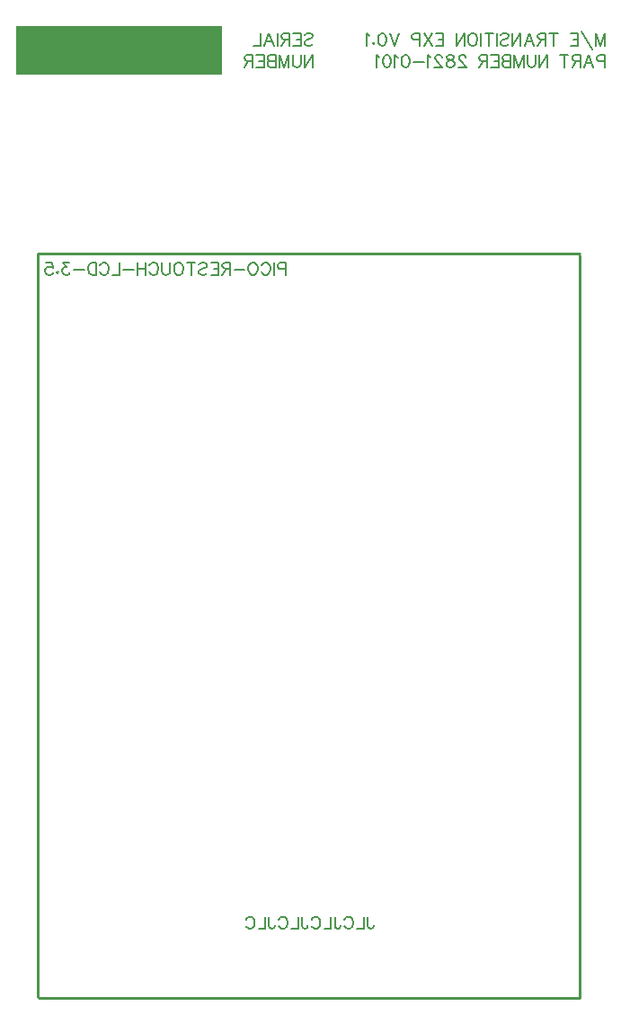
<source format=gbo>
G04 Layer: BottomSilkscreenLayer*
G04 EasyEDA v6.5.29, 2023-07-16 15:11:24*
G04 b1c9531ddfa049bd996740377cd84ce5,5a6b42c53f6a479593ecc07194224c93,10*
G04 Gerber Generator version 0.2*
G04 Scale: 100 percent, Rotated: No, Reflected: No *
G04 Dimensions in millimeters *
G04 leading zeros omitted , absolute positions ,4 integer and 5 decimal *
%FSLAX45Y45*%
%MOMM*%

%ADD10C,0.2032*%
%ADD11C,0.1524*%
%ADD12C,0.2540*%

%LPD*%
D10*
X2796001Y9925489D02*
G01*
X2796001Y9810945D01*
X2796001Y9925489D02*
G01*
X2746910Y9925489D01*
X2730548Y9920036D01*
X2725092Y9914582D01*
X2719638Y9903673D01*
X2719638Y9887308D01*
X2725092Y9876398D01*
X2730548Y9870945D01*
X2746910Y9865489D01*
X2796001Y9865489D01*
X2683636Y9925489D02*
G01*
X2683636Y9810945D01*
X2565819Y9898217D02*
G01*
X2571275Y9909126D01*
X2582184Y9920036D01*
X2593093Y9925489D01*
X2614912Y9925489D01*
X2625818Y9920036D01*
X2636728Y9909126D01*
X2642184Y9898217D01*
X2647637Y9881854D01*
X2647637Y9854582D01*
X2642184Y9838217D01*
X2636728Y9827308D01*
X2625818Y9816398D01*
X2614912Y9810945D01*
X2593093Y9810945D01*
X2582184Y9816398D01*
X2571275Y9827308D01*
X2565819Y9838217D01*
X2497091Y9925489D02*
G01*
X2508001Y9920036D01*
X2518910Y9909126D01*
X2524366Y9898217D01*
X2529819Y9881854D01*
X2529819Y9854582D01*
X2524366Y9838217D01*
X2518910Y9827308D01*
X2508001Y9816398D01*
X2497091Y9810945D01*
X2475275Y9810945D01*
X2464366Y9816398D01*
X2453457Y9827308D01*
X2448001Y9838217D01*
X2442547Y9854582D01*
X2442547Y9881854D01*
X2448001Y9898217D01*
X2453457Y9909126D01*
X2464366Y9920036D01*
X2475275Y9925489D01*
X2497091Y9925489D01*
X2406548Y9860036D02*
G01*
X2308367Y9860036D01*
X2272365Y9925489D02*
G01*
X2272365Y9810945D01*
X2272365Y9925489D02*
G01*
X2223274Y9925489D01*
X2206912Y9920036D01*
X2201456Y9914582D01*
X2196002Y9903673D01*
X2196002Y9892764D01*
X2201456Y9881854D01*
X2206912Y9876398D01*
X2223274Y9870945D01*
X2272365Y9870945D01*
X2234184Y9870945D02*
G01*
X2196002Y9810945D01*
X2160003Y9925489D02*
G01*
X2160003Y9810945D01*
X2160003Y9925489D02*
G01*
X2089094Y9925489D01*
X2160003Y9870945D02*
G01*
X2116366Y9870945D01*
X2160003Y9810945D02*
G01*
X2089094Y9810945D01*
X1976729Y9909126D02*
G01*
X1987638Y9920036D01*
X2004004Y9925489D01*
X2025820Y9925489D01*
X2042185Y9920036D01*
X2053094Y9909126D01*
X2053094Y9898217D01*
X2047638Y9887308D01*
X2042185Y9881854D01*
X2031276Y9876398D01*
X1998548Y9865489D01*
X1987638Y9860036D01*
X1982185Y9854582D01*
X1976729Y9843673D01*
X1976729Y9827308D01*
X1987638Y9816398D01*
X2004004Y9810945D01*
X2025820Y9810945D01*
X2042185Y9816398D01*
X2053094Y9827308D01*
X1902548Y9925489D02*
G01*
X1902548Y9810945D01*
X1940730Y9925489D02*
G01*
X1864367Y9925489D01*
X1795640Y9925489D02*
G01*
X1806549Y9920036D01*
X1817458Y9909126D01*
X1822912Y9898217D01*
X1828365Y9881854D01*
X1828365Y9854582D01*
X1822912Y9838217D01*
X1817458Y9827308D01*
X1806549Y9816398D01*
X1795640Y9810945D01*
X1773821Y9810945D01*
X1762912Y9816398D01*
X1752003Y9827308D01*
X1746549Y9838217D01*
X1741093Y9854582D01*
X1741093Y9881854D01*
X1746549Y9898217D01*
X1752003Y9909126D01*
X1762912Y9920036D01*
X1773821Y9925489D01*
X1795640Y9925489D01*
X1705094Y9925489D02*
G01*
X1705094Y9843673D01*
X1699640Y9827308D01*
X1688731Y9816398D01*
X1672366Y9810945D01*
X1661457Y9810945D01*
X1645094Y9816398D01*
X1634185Y9827308D01*
X1628731Y9843673D01*
X1628731Y9925489D01*
X1510911Y9898217D02*
G01*
X1516364Y9909126D01*
X1527276Y9920036D01*
X1538185Y9925489D01*
X1560004Y9925489D01*
X1570913Y9920036D01*
X1581823Y9909126D01*
X1587276Y9898217D01*
X1592732Y9881854D01*
X1592732Y9854582D01*
X1587276Y9838217D01*
X1581823Y9827308D01*
X1570913Y9816398D01*
X1560004Y9810945D01*
X1538185Y9810945D01*
X1527276Y9816398D01*
X1516364Y9827308D01*
X1510911Y9838217D01*
X1474914Y9925489D02*
G01*
X1474914Y9810945D01*
X1398546Y9925489D02*
G01*
X1398546Y9810945D01*
X1474914Y9870945D02*
G01*
X1398546Y9870945D01*
X1362549Y9860036D02*
G01*
X1264368Y9860036D01*
X1228369Y9925489D02*
G01*
X1228369Y9810945D01*
X1228369Y9810945D02*
G01*
X1162913Y9810945D01*
X1045095Y9898217D02*
G01*
X1050551Y9909126D01*
X1061458Y9920036D01*
X1072367Y9925489D01*
X1094186Y9925489D01*
X1105095Y9920036D01*
X1116004Y9909126D01*
X1121458Y9898217D01*
X1126914Y9881854D01*
X1126914Y9854582D01*
X1121458Y9838217D01*
X1116004Y9827308D01*
X1105095Y9816398D01*
X1094186Y9810945D01*
X1072367Y9810945D01*
X1061458Y9816398D01*
X1050551Y9827308D01*
X1045095Y9838217D01*
X1009096Y9925489D02*
G01*
X1009096Y9810945D01*
X1009096Y9925489D02*
G01*
X970914Y9925489D01*
X954549Y9920036D01*
X943640Y9909126D01*
X938187Y9898217D01*
X932733Y9881854D01*
X932733Y9854582D01*
X938187Y9838217D01*
X943640Y9827308D01*
X954549Y9816398D01*
X970914Y9810945D01*
X1009096Y9810945D01*
X896731Y9860036D02*
G01*
X798550Y9860036D01*
X751641Y9925489D02*
G01*
X691642Y9925489D01*
X724369Y9881854D01*
X708004Y9881854D01*
X697095Y9876398D01*
X691642Y9870945D01*
X686188Y9854582D01*
X686188Y9843673D01*
X691642Y9827308D01*
X702551Y9816398D01*
X718913Y9810945D01*
X735279Y9810945D01*
X751641Y9816398D01*
X757095Y9821854D01*
X762551Y9832764D01*
X644733Y9838217D02*
G01*
X650186Y9832764D01*
X644733Y9827308D01*
X639277Y9832764D01*
X644733Y9838217D01*
X537824Y9925489D02*
G01*
X592368Y9925489D01*
X597824Y9876398D01*
X592368Y9881854D01*
X576005Y9887308D01*
X559643Y9887308D01*
X543278Y9881854D01*
X532368Y9870945D01*
X526915Y9854582D01*
X526915Y9843673D01*
X532368Y9827308D01*
X543278Y9816398D01*
X559643Y9810945D01*
X576005Y9810945D01*
X592368Y9816398D01*
X597824Y9821854D01*
X603277Y9832764D01*
X3566891Y3766057D02*
G01*
X3566891Y3678681D01*
X3572479Y3662426D01*
X3577813Y3656837D01*
X3588735Y3651504D01*
X3599657Y3651504D01*
X3610579Y3656837D01*
X3616167Y3662426D01*
X3621501Y3678681D01*
X3621501Y3689604D01*
X3531077Y3766057D02*
G01*
X3531077Y3651504D01*
X3531077Y3651504D02*
G01*
X3465545Y3651504D01*
X3347689Y3738626D02*
G01*
X3353023Y3749547D01*
X3363945Y3760470D01*
X3374867Y3766057D01*
X3396711Y3766057D01*
X3407633Y3760470D01*
X3418555Y3749547D01*
X3424143Y3738626D01*
X3429477Y3722370D01*
X3429477Y3695192D01*
X3424143Y3678681D01*
X3418555Y3667760D01*
X3407633Y3656837D01*
X3396711Y3651504D01*
X3374867Y3651504D01*
X3363945Y3656837D01*
X3353023Y3667760D01*
X3347689Y3678681D01*
X3257265Y3766057D02*
G01*
X3257265Y3678681D01*
X3262599Y3662426D01*
X3267933Y3656837D01*
X3278855Y3651504D01*
X3289777Y3651504D01*
X3300699Y3656837D01*
X3306287Y3662426D01*
X3311621Y3678681D01*
X3311621Y3689604D01*
X3221197Y3766057D02*
G01*
X3221197Y3651504D01*
X3221197Y3651504D02*
G01*
X3155665Y3651504D01*
X3037809Y3738626D02*
G01*
X3043397Y3749547D01*
X3054319Y3760470D01*
X3065241Y3766057D01*
X3086831Y3766057D01*
X3097753Y3760470D01*
X3108675Y3749547D01*
X3114263Y3738626D01*
X3119597Y3722370D01*
X3119597Y3695192D01*
X3114263Y3678681D01*
X3108675Y3667760D01*
X3097753Y3656837D01*
X3086831Y3651504D01*
X3065241Y3651504D01*
X3054319Y3656837D01*
X3043397Y3667760D01*
X3037809Y3678681D01*
X2947385Y3766057D02*
G01*
X2947385Y3678681D01*
X2952719Y3662426D01*
X2958307Y3656837D01*
X2969229Y3651504D01*
X2980151Y3651504D01*
X2991073Y3656837D01*
X2996407Y3662426D01*
X3001741Y3678681D01*
X3001741Y3689604D01*
X2911317Y3766057D02*
G01*
X2911317Y3651504D01*
X2911317Y3651504D02*
G01*
X2845785Y3651504D01*
X2727929Y3738626D02*
G01*
X2733517Y3749547D01*
X2744439Y3760470D01*
X2755361Y3766057D01*
X2777205Y3766057D01*
X2788127Y3760470D01*
X2799049Y3749547D01*
X2804383Y3738626D01*
X2809971Y3722370D01*
X2809971Y3695192D01*
X2804383Y3678681D01*
X2799049Y3667760D01*
X2788127Y3656837D01*
X2777205Y3651504D01*
X2755361Y3651504D01*
X2744439Y3656837D01*
X2733517Y3667760D01*
X2727929Y3678681D01*
X2637505Y3766057D02*
G01*
X2637505Y3678681D01*
X2642839Y3662426D01*
X2648427Y3656837D01*
X2659349Y3651504D01*
X2670271Y3651504D01*
X2681193Y3656837D01*
X2686527Y3662426D01*
X2692115Y3678681D01*
X2692115Y3689604D01*
X2601437Y3766057D02*
G01*
X2601437Y3651504D01*
X2601437Y3651504D02*
G01*
X2536159Y3651504D01*
X2418303Y3738626D02*
G01*
X2423637Y3749547D01*
X2434559Y3760470D01*
X2445481Y3766057D01*
X2467325Y3766057D01*
X2478247Y3760470D01*
X2489169Y3749547D01*
X2494503Y3738626D01*
X2500091Y3722370D01*
X2500091Y3695192D01*
X2494503Y3678681D01*
X2489169Y3667760D01*
X2478247Y3656837D01*
X2467325Y3651504D01*
X2445481Y3651504D01*
X2434559Y3656837D01*
X2423637Y3667760D01*
X2418303Y3678681D01*
D11*
X3048000Y11881291D02*
G01*
X3048000Y11766745D01*
X3048000Y11881291D02*
G01*
X2971637Y11766745D01*
X2971637Y11881291D02*
G01*
X2971637Y11766745D01*
X2935635Y11881291D02*
G01*
X2935635Y11799473D01*
X2930182Y11783108D01*
X2919272Y11772198D01*
X2902910Y11766745D01*
X2892000Y11766745D01*
X2875635Y11772198D01*
X2864726Y11783108D01*
X2859272Y11799473D01*
X2859272Y11881291D01*
X2823273Y11881291D02*
G01*
X2823273Y11766745D01*
X2823273Y11881291D02*
G01*
X2779636Y11766745D01*
X2735999Y11881291D02*
G01*
X2779636Y11766745D01*
X2735999Y11881291D02*
G01*
X2735999Y11766745D01*
X2699999Y11881291D02*
G01*
X2699999Y11766745D01*
X2699999Y11881291D02*
G01*
X2650909Y11881291D01*
X2634546Y11875836D01*
X2629090Y11870382D01*
X2623637Y11859473D01*
X2623637Y11848564D01*
X2629090Y11837654D01*
X2634546Y11832198D01*
X2650909Y11826745D01*
X2699999Y11826745D02*
G01*
X2650909Y11826745D01*
X2634546Y11821292D01*
X2629090Y11815836D01*
X2623637Y11804926D01*
X2623637Y11788564D01*
X2629090Y11777654D01*
X2634546Y11772198D01*
X2650909Y11766745D01*
X2699999Y11766745D01*
X2587635Y11881291D02*
G01*
X2587635Y11766745D01*
X2587635Y11881291D02*
G01*
X2516728Y11881291D01*
X2587635Y11826745D02*
G01*
X2544000Y11826745D01*
X2587635Y11766745D02*
G01*
X2516728Y11766745D01*
X2480726Y11881291D02*
G01*
X2480726Y11766745D01*
X2480726Y11881291D02*
G01*
X2431635Y11881291D01*
X2415273Y11875836D01*
X2409817Y11870382D01*
X2404363Y11859473D01*
X2404363Y11848564D01*
X2409817Y11837654D01*
X2415273Y11832198D01*
X2431635Y11826745D01*
X2480726Y11826745D01*
X2442545Y11826745D02*
G01*
X2404363Y11766745D01*
X2971637Y12068126D02*
G01*
X2982544Y12079036D01*
X2998909Y12084491D01*
X3020728Y12084491D01*
X3037090Y12079036D01*
X3048000Y12068126D01*
X3048000Y12057217D01*
X3042546Y12046308D01*
X3037090Y12040854D01*
X3026181Y12035398D01*
X2993453Y12024492D01*
X2982544Y12019036D01*
X2977090Y12013582D01*
X2971637Y12002673D01*
X2971637Y11986308D01*
X2982544Y11975398D01*
X2998909Y11969945D01*
X3020728Y11969945D01*
X3037090Y11975398D01*
X3048000Y11986308D01*
X2935635Y12084491D02*
G01*
X2935635Y11969945D01*
X2935635Y12084491D02*
G01*
X2864726Y12084491D01*
X2935635Y12029945D02*
G01*
X2892000Y12029945D01*
X2935635Y11969945D02*
G01*
X2864726Y11969945D01*
X2828726Y12084491D02*
G01*
X2828726Y11969945D01*
X2828726Y12084491D02*
G01*
X2779636Y12084491D01*
X2763273Y12079036D01*
X2757817Y12073582D01*
X2752364Y12062673D01*
X2752364Y12051764D01*
X2757817Y12040854D01*
X2763273Y12035398D01*
X2779636Y12029945D01*
X2828726Y12029945D01*
X2790545Y12029945D02*
G01*
X2752364Y11969945D01*
X2716364Y12084491D02*
G01*
X2716364Y11969945D01*
X2636728Y12084491D02*
G01*
X2680362Y11969945D01*
X2636728Y12084491D02*
G01*
X2593091Y11969945D01*
X2664000Y12008126D02*
G01*
X2609453Y12008126D01*
X2557091Y12084491D02*
G01*
X2557091Y11969945D01*
X2557091Y11969945D02*
G01*
X2491635Y11969945D01*
D10*
X5803910Y12084489D02*
G01*
X5803910Y11969945D01*
X5803910Y12084489D02*
G01*
X5760272Y11969945D01*
X5716638Y12084489D02*
G01*
X5760272Y11969945D01*
X5716638Y12084489D02*
G01*
X5716638Y11969945D01*
X5582455Y12106308D02*
G01*
X5680638Y11931764D01*
X5546455Y12084489D02*
G01*
X5546455Y11969945D01*
X5546455Y12084489D02*
G01*
X5475546Y12084489D01*
X5546455Y12029945D02*
G01*
X5502821Y12029945D01*
X5546455Y11969945D02*
G01*
X5475546Y11969945D01*
X5317365Y12084489D02*
G01*
X5317365Y11969945D01*
X5355546Y12084489D02*
G01*
X5279184Y12084489D01*
X5243184Y12084489D02*
G01*
X5243184Y11969945D01*
X5243184Y12084489D02*
G01*
X5194094Y12084489D01*
X5177729Y12079036D01*
X5172275Y12073582D01*
X5166819Y12062673D01*
X5166819Y12051764D01*
X5172275Y12040854D01*
X5177729Y12035398D01*
X5194094Y12029945D01*
X5243184Y12029945D01*
X5205001Y12029945D02*
G01*
X5166819Y11969945D01*
X5087183Y12084489D02*
G01*
X5130820Y11969945D01*
X5087183Y12084489D02*
G01*
X5043548Y11969945D01*
X5114457Y12008126D02*
G01*
X5059911Y12008126D01*
X5007549Y12084489D02*
G01*
X5007549Y11969945D01*
X5007549Y12084489D02*
G01*
X4931183Y11969945D01*
X4931183Y12084489D02*
G01*
X4931183Y11969945D01*
X4818821Y12068126D02*
G01*
X4829731Y12079036D01*
X4846093Y12084489D01*
X4867912Y12084489D01*
X4884275Y12079036D01*
X4895184Y12068126D01*
X4895184Y12057217D01*
X4889731Y12046308D01*
X4884275Y12040854D01*
X4873365Y12035398D01*
X4840640Y12024489D01*
X4829731Y12019036D01*
X4824275Y12013582D01*
X4818821Y12002673D01*
X4818821Y11986308D01*
X4829731Y11975398D01*
X4846093Y11969945D01*
X4867912Y11969945D01*
X4884275Y11975398D01*
X4895184Y11986308D01*
X4782822Y12084489D02*
G01*
X4782822Y11969945D01*
X4708639Y12084489D02*
G01*
X4708639Y11969945D01*
X4746820Y12084489D02*
G01*
X4670458Y12084489D01*
X4634458Y12084489D02*
G01*
X4634458Y11969945D01*
X4565731Y12084489D02*
G01*
X4576640Y12079036D01*
X4587549Y12068126D01*
X4593003Y12057217D01*
X4598459Y12040854D01*
X4598459Y12013582D01*
X4593003Y11997217D01*
X4587549Y11986308D01*
X4576640Y11975398D01*
X4565731Y11969945D01*
X4543912Y11969945D01*
X4533003Y11975398D01*
X4522094Y11986308D01*
X4516640Y11997217D01*
X4511184Y12013582D01*
X4511184Y12040854D01*
X4516640Y12057217D01*
X4522094Y12068126D01*
X4533003Y12079036D01*
X4543912Y12084489D01*
X4565731Y12084489D01*
X4475185Y12084489D02*
G01*
X4475185Y11969945D01*
X4475185Y12084489D02*
G01*
X4398822Y11969945D01*
X4398822Y12084489D02*
G01*
X4398822Y11969945D01*
X4278823Y12084489D02*
G01*
X4278823Y11969945D01*
X4278823Y12084489D02*
G01*
X4207913Y12084489D01*
X4278823Y12029945D02*
G01*
X4235185Y12029945D01*
X4278823Y11969945D02*
G01*
X4207913Y11969945D01*
X4171914Y12084489D02*
G01*
X4095549Y11969945D01*
X4095549Y12084489D02*
G01*
X4171914Y11969945D01*
X4059549Y12084489D02*
G01*
X4059549Y11969945D01*
X4059549Y12084489D02*
G01*
X4010459Y12084489D01*
X3994096Y12079036D01*
X3988640Y12073582D01*
X3983187Y12062673D01*
X3983187Y12046308D01*
X3988640Y12035398D01*
X3994096Y12029945D01*
X4010459Y12024489D01*
X4059549Y12024489D01*
X3863187Y12084489D02*
G01*
X3819550Y11969945D01*
X3775913Y12084489D02*
G01*
X3819550Y11969945D01*
X3707185Y12084489D02*
G01*
X3723551Y12079036D01*
X3734460Y12062673D01*
X3739913Y12035398D01*
X3739913Y12019036D01*
X3734460Y11991764D01*
X3723551Y11975398D01*
X3707185Y11969945D01*
X3696279Y11969945D01*
X3679913Y11975398D01*
X3669004Y11991764D01*
X3663551Y12019036D01*
X3663551Y12035398D01*
X3669004Y12062673D01*
X3679913Y12079036D01*
X3696279Y12084489D01*
X3707185Y12084489D01*
X3622095Y11997217D02*
G01*
X3627551Y11991764D01*
X3622095Y11986308D01*
X3616642Y11991764D01*
X3622095Y11997217D01*
X3580643Y12062673D02*
G01*
X3569733Y12068126D01*
X3553368Y12084489D01*
X3553368Y11969945D01*
X5803910Y11881289D02*
G01*
X5803910Y11766745D01*
X5803910Y11881289D02*
G01*
X5754819Y11881289D01*
X5738456Y11875836D01*
X5733000Y11870382D01*
X5727547Y11859473D01*
X5727547Y11843108D01*
X5733000Y11832198D01*
X5738456Y11826745D01*
X5754819Y11821289D01*
X5803910Y11821289D01*
X5647910Y11881289D02*
G01*
X5691545Y11766745D01*
X5647910Y11881289D02*
G01*
X5604273Y11766745D01*
X5675182Y11804926D02*
G01*
X5620638Y11804926D01*
X5568274Y11881289D02*
G01*
X5568274Y11766745D01*
X5568274Y11881289D02*
G01*
X5519183Y11881289D01*
X5502821Y11875836D01*
X5497365Y11870382D01*
X5491911Y11859473D01*
X5491911Y11848564D01*
X5497365Y11837654D01*
X5502821Y11832198D01*
X5519183Y11826745D01*
X5568274Y11826745D01*
X5530093Y11826745D02*
G01*
X5491911Y11766745D01*
X5417728Y11881289D02*
G01*
X5417728Y11766745D01*
X5455909Y11881289D02*
G01*
X5379547Y11881289D01*
X5259547Y11881289D02*
G01*
X5259547Y11766745D01*
X5259547Y11881289D02*
G01*
X5183184Y11766745D01*
X5183184Y11881289D02*
G01*
X5183184Y11766745D01*
X5147183Y11881289D02*
G01*
X5147183Y11799473D01*
X5141729Y11783108D01*
X5130820Y11772198D01*
X5114457Y11766745D01*
X5103548Y11766745D01*
X5087183Y11772198D01*
X5076276Y11783108D01*
X5070820Y11799473D01*
X5070820Y11881289D01*
X5034821Y11881289D02*
G01*
X5034821Y11766745D01*
X5034821Y11881289D02*
G01*
X4991183Y11766745D01*
X4947549Y11881289D02*
G01*
X4991183Y11766745D01*
X4947549Y11881289D02*
G01*
X4947549Y11766745D01*
X4911547Y11881289D02*
G01*
X4911547Y11766745D01*
X4911547Y11881289D02*
G01*
X4862456Y11881289D01*
X4846093Y11875836D01*
X4840640Y11870382D01*
X4835184Y11859473D01*
X4835184Y11848564D01*
X4840640Y11837654D01*
X4846093Y11832198D01*
X4862456Y11826745D01*
X4911547Y11826745D02*
G01*
X4862456Y11826745D01*
X4846093Y11821289D01*
X4840640Y11815836D01*
X4835184Y11804926D01*
X4835184Y11788564D01*
X4840640Y11777654D01*
X4846093Y11772198D01*
X4862456Y11766745D01*
X4911547Y11766745D01*
X4799185Y11881289D02*
G01*
X4799185Y11766745D01*
X4799185Y11881289D02*
G01*
X4728276Y11881289D01*
X4799185Y11826745D02*
G01*
X4755548Y11826745D01*
X4799185Y11766745D02*
G01*
X4728276Y11766745D01*
X4692276Y11881289D02*
G01*
X4692276Y11766745D01*
X4692276Y11881289D02*
G01*
X4643186Y11881289D01*
X4626820Y11875836D01*
X4621367Y11870382D01*
X4615911Y11859473D01*
X4615911Y11848564D01*
X4621367Y11837654D01*
X4626820Y11832198D01*
X4643186Y11826745D01*
X4692276Y11826745D01*
X4654095Y11826745D02*
G01*
X4615911Y11766745D01*
X4490458Y11854017D02*
G01*
X4490458Y11859473D01*
X4485002Y11870382D01*
X4479549Y11875836D01*
X4468639Y11881289D01*
X4446821Y11881289D01*
X4435911Y11875836D01*
X4430458Y11870382D01*
X4425002Y11859473D01*
X4425002Y11848564D01*
X4430458Y11837654D01*
X4441367Y11821289D01*
X4495911Y11766745D01*
X4419549Y11766745D01*
X4356277Y11881289D02*
G01*
X4372640Y11875836D01*
X4378093Y11864926D01*
X4378093Y11854017D01*
X4372640Y11843108D01*
X4361731Y11837654D01*
X4339912Y11832198D01*
X4323549Y11826745D01*
X4312640Y11815836D01*
X4307184Y11804926D01*
X4307184Y11788564D01*
X4312640Y11777654D01*
X4318093Y11772198D01*
X4334459Y11766745D01*
X4356277Y11766745D01*
X4372640Y11772198D01*
X4378093Y11777654D01*
X4383549Y11788564D01*
X4383549Y11804926D01*
X4378093Y11815836D01*
X4367184Y11826745D01*
X4350821Y11832198D01*
X4329003Y11837654D01*
X4318093Y11843108D01*
X4312640Y11854017D01*
X4312640Y11864926D01*
X4318093Y11875836D01*
X4334459Y11881289D01*
X4356277Y11881289D01*
X4265731Y11854017D02*
G01*
X4265731Y11859473D01*
X4260275Y11870382D01*
X4254822Y11875836D01*
X4243913Y11881289D01*
X4222094Y11881289D01*
X4211185Y11875836D01*
X4205731Y11870382D01*
X4200276Y11859473D01*
X4200276Y11848564D01*
X4205731Y11837654D01*
X4216641Y11821289D01*
X4271185Y11766745D01*
X4194822Y11766745D01*
X4158823Y11859473D02*
G01*
X4147913Y11864926D01*
X4131548Y11881289D01*
X4131548Y11766745D01*
X4095549Y11815836D02*
G01*
X3997368Y11815836D01*
X3928640Y11881289D02*
G01*
X3945003Y11875836D01*
X3955912Y11859473D01*
X3961368Y11832198D01*
X3961368Y11815836D01*
X3955912Y11788564D01*
X3945003Y11772198D01*
X3928640Y11766745D01*
X3917731Y11766745D01*
X3901368Y11772198D01*
X3890459Y11788564D01*
X3885003Y11815836D01*
X3885003Y11832198D01*
X3890459Y11859473D01*
X3901368Y11875836D01*
X3917731Y11881289D01*
X3928640Y11881289D01*
X3849004Y11859473D02*
G01*
X3838094Y11864926D01*
X3821732Y11881289D01*
X3821732Y11766745D01*
X3753004Y11881289D02*
G01*
X3769367Y11875836D01*
X3780276Y11859473D01*
X3785732Y11832198D01*
X3785732Y11815836D01*
X3780276Y11788564D01*
X3769367Y11772198D01*
X3753004Y11766745D01*
X3742095Y11766745D01*
X3725732Y11772198D01*
X3714823Y11788564D01*
X3709367Y11815836D01*
X3709367Y11832198D01*
X3714823Y11859473D01*
X3725732Y11875836D01*
X3742095Y11881289D01*
X3753004Y11881289D01*
X3673368Y11859473D02*
G01*
X3662459Y11864926D01*
X3646096Y11881289D01*
X3646096Y11766745D01*
D12*
X461896Y10007600D02*
G01*
X5561896Y10007600D01*
X461896Y2997200D02*
G01*
X5561896Y2997200D01*
X459198Y3009900D02*
G01*
X459198Y10009901D01*
X5564598Y2997200D02*
G01*
X5564598Y9997201D01*
G36*
X254000Y12153900D02*
G01*
X2190750Y12153900D01*
X2190750Y11692001D01*
X254000Y11692001D01*
G37*
M02*

</source>
